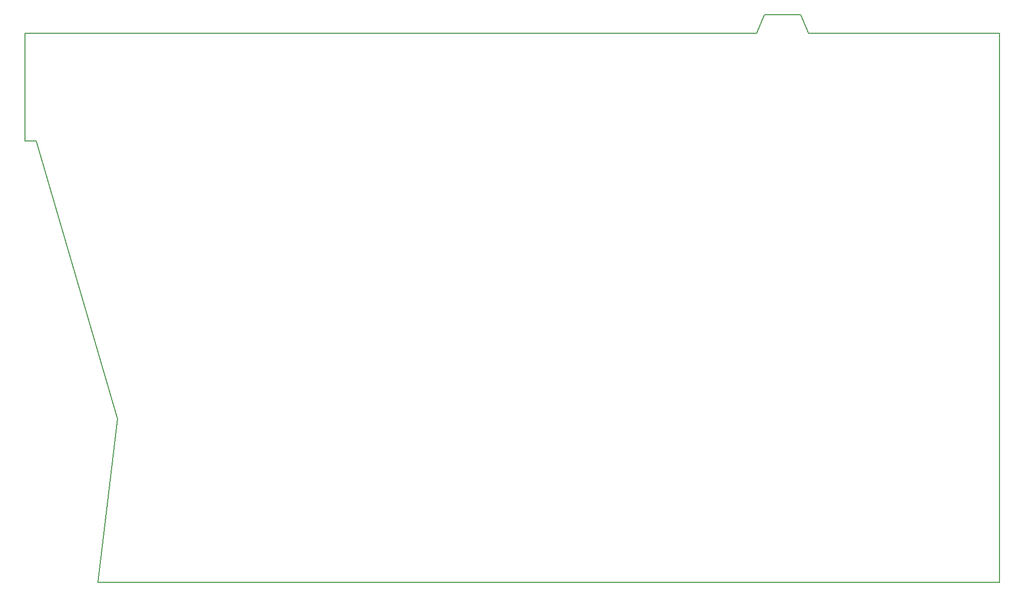
<source format=gm1>
G04 #@! TF.GenerationSoftware,KiCad,Pcbnew,(5.1.6)-1*
G04 #@! TF.CreationDate,2020-06-17T00:03:13+01:00*
G04 #@! TF.ProjectId,Mint60,4d696e74-3630-42e6-9b69-6361645f7063,rev?*
G04 #@! TF.SameCoordinates,Original*
G04 #@! TF.FileFunction,Profile,NP*
%FSLAX46Y46*%
G04 Gerber Fmt 4.6, Leading zero omitted, Abs format (unit mm)*
G04 Created by KiCad (PCBNEW (5.1.6)-1) date 2020-06-17 00:03:13*
%MOMM*%
%LPD*%
G01*
G04 APERTURE LIST*
G04 #@! TA.AperFunction,Profile*
%ADD10C,0.150000*%
G04 #@! TD*
G04 APERTURE END LIST*
D10*
X42500000Y-25300000D02*
X42500000Y-43900000D01*
X211000000Y-25300000D02*
X211000000Y-120300000D01*
X178000000Y-25300000D02*
X211000000Y-25300000D01*
X178000000Y-25300000D02*
X176600000Y-22100000D01*
X169000000Y-25300000D02*
X170400000Y-22100000D01*
X168800000Y-25300000D02*
X169000000Y-25300000D01*
X42500000Y-25300000D02*
X168800000Y-25300000D01*
X55100000Y-120300000D02*
X58500000Y-92000000D01*
X55100000Y-120300000D02*
X211000000Y-120300000D01*
X44500000Y-43900000D02*
X42500000Y-43900000D01*
X58500000Y-92000000D02*
X44500000Y-43900000D01*
X170400000Y-22100000D02*
X176600000Y-22100000D01*
M02*

</source>
